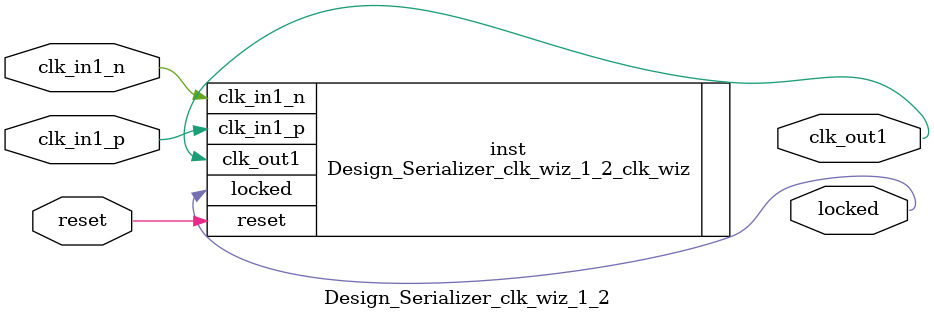
<source format=v>


`timescale 1ps/1ps

(* CORE_GENERATION_INFO = "Design_Serializer_clk_wiz_1_2,clk_wiz_v6_0_6_0_0,{component_name=Design_Serializer_clk_wiz_1_2,use_phase_alignment=true,use_min_o_jitter=false,use_max_i_jitter=false,use_dyn_phase_shift=false,use_inclk_switchover=false,use_dyn_reconfig=false,enable_axi=0,feedback_source=FDBK_AUTO,PRIMITIVE=MMCM,num_out_clk=1,clkin1_period=10.000,clkin2_period=10.000,use_power_down=false,use_reset=true,use_locked=true,use_inclk_stopped=false,feedback_type=SINGLE,CLOCK_MGR_TYPE=NA,manual_override=false}" *)

module Design_Serializer_clk_wiz_1_2 
 (
  // Clock out ports
  output        clk_out1,
  // Status and control signals
  input         reset,
  output        locked,
 // Clock in ports
  input         clk_in1_p,
  input         clk_in1_n
 );

  Design_Serializer_clk_wiz_1_2_clk_wiz inst
  (
  // Clock out ports  
  .clk_out1(clk_out1),
  // Status and control signals               
  .reset(reset), 
  .locked(locked),
 // Clock in ports
  .clk_in1_p(clk_in1_p),
  .clk_in1_n(clk_in1_n)
  );

endmodule

</source>
